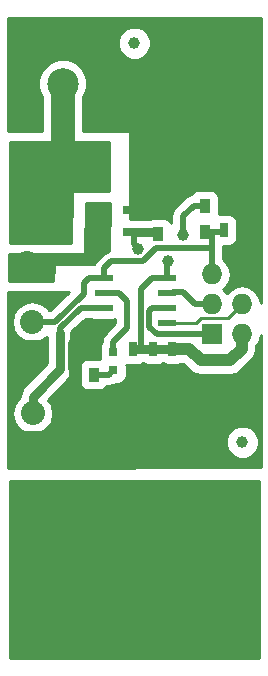
<source format=gbr>
G04 #@! TF.FileFunction,Copper,L1,Top,Signal*
%FSLAX46Y46*%
G04 Gerber Fmt 4.6, Leading zero omitted, Abs format (unit mm)*
G04 Created by KiCad (PCBNEW 4.0.5+dfsg1-4) date Thu Jun 25 19:11:42 2020*
%MOMM*%
%LPD*%
G01*
G04 APERTURE LIST*
%ADD10C,0.100000*%
%ADD11R,1.550000X0.600000*%
%ADD12C,2.670000*%
%ADD13R,0.797560X0.797560*%
%ADD14R,0.800000X0.600000*%
%ADD15R,0.750000X1.200000*%
%ADD16R,0.900000X1.200000*%
%ADD17R,1.900000X0.800000*%
%ADD18R,2.032000X2.032000*%
%ADD19O,2.032000X2.032000*%
%ADD20R,1.727200X1.727200*%
%ADD21O,1.727200X1.727200*%
%ADD22C,1.000000*%
%ADD23C,0.500000*%
%ADD24C,0.750000*%
%ADD25C,2.000000*%
%ADD26C,1.000000*%
%ADD27C,0.250000*%
%ADD28C,0.254000*%
G04 APERTURE END LIST*
D10*
D11*
X146011800Y-93181400D03*
X146011800Y-94451400D03*
X146011800Y-95721400D03*
X146011800Y-96991400D03*
X151411800Y-96991400D03*
X151411800Y-95721400D03*
X151411800Y-94451400D03*
X151411800Y-93181400D03*
D12*
X142553200Y-76757000D03*
X142553200Y-84377000D03*
X142553200Y-84377000D03*
X142553200Y-76757000D03*
X142553200Y-76757000D03*
X142553200Y-84377000D03*
X142553200Y-84377000D03*
X142553200Y-76757000D03*
X142553200Y-84377000D03*
X142553200Y-119426000D03*
X142553200Y-111806000D03*
D13*
X146809320Y-99511080D03*
X146809320Y-101009680D03*
D14*
X142125560Y-89823520D03*
X142125560Y-91523520D03*
D15*
X151818200Y-99244300D03*
X151818200Y-101144300D03*
D16*
X154576640Y-87079960D03*
X154576640Y-89279960D03*
D15*
X150179900Y-99252000D03*
X150179900Y-101152000D03*
D12*
X154553200Y-119376000D03*
X154553200Y-111756000D03*
X154553200Y-111756000D03*
X154553200Y-119376000D03*
X154553200Y-119376000D03*
X154553200Y-111756000D03*
X154553200Y-111756000D03*
X154553200Y-119376000D03*
X154553200Y-111756000D03*
X154553200Y-76707000D03*
X154553200Y-84327000D03*
D17*
X148544400Y-89356200D03*
X148544400Y-87456200D03*
X145544400Y-88406200D03*
D18*
X139981800Y-99480600D03*
D19*
X139981800Y-96940600D03*
D18*
X139994500Y-107227600D03*
D19*
X139994500Y-104687600D03*
D20*
X155183700Y-97982000D03*
D21*
X157723700Y-97982000D03*
X155183700Y-95442000D03*
X157723700Y-95442000D03*
X155183700Y-92902000D03*
X157723700Y-92902000D03*
D16*
X145178640Y-101395760D03*
X145178640Y-99195760D03*
D15*
X148478100Y-99269700D03*
X148478100Y-101169700D03*
D16*
X150634560Y-89488240D03*
X150634560Y-87288240D03*
D18*
X139489040Y-89437440D03*
D19*
X139489040Y-91977440D03*
D22*
X157756720Y-107115840D03*
X148617800Y-73323680D03*
D15*
X156212400Y-89127560D03*
X156212400Y-87227560D03*
D22*
X152717360Y-89533960D03*
X151419560Y-91815920D03*
X144035120Y-104210080D03*
X142535120Y-104210080D03*
X142535120Y-105710080D03*
X142535120Y-107210080D03*
X144035120Y-105710080D03*
X144035120Y-107210080D03*
X153035120Y-107210080D03*
X151535120Y-107210080D03*
X153035120Y-105710080D03*
X151535120Y-105710080D03*
X153035120Y-104210080D03*
X151535120Y-104210080D03*
X148536520Y-104194840D03*
X148948000Y-90743000D03*
D23*
X145178640Y-101395760D02*
X146423240Y-101395760D01*
X146423240Y-101395760D02*
X146809320Y-101009680D01*
D24*
X142125560Y-91523520D02*
X144663760Y-91523520D01*
X144663760Y-91523520D02*
X145469680Y-90717600D01*
X145469680Y-90717600D02*
X145544400Y-90717600D01*
X139809080Y-91657400D02*
X139489040Y-91977440D01*
X145544400Y-90717600D02*
X145544400Y-88406200D01*
D23*
X151411800Y-93181400D02*
X151411800Y-91823680D01*
X151411800Y-91823680D02*
X151419560Y-91815920D01*
D25*
X142553200Y-76757000D02*
X142553200Y-84377000D01*
D26*
X151818200Y-99244300D02*
X153263380Y-99244300D01*
X153263380Y-99244300D02*
X154215960Y-100196880D01*
X154215960Y-100196880D02*
X156730134Y-100196880D01*
X156730134Y-100196880D02*
X157723700Y-99203314D01*
X157723700Y-99203314D02*
X157723700Y-97982000D01*
D24*
X142125560Y-89823520D02*
X142125560Y-88773520D01*
X142125560Y-88773520D02*
X142553200Y-88345880D01*
X142553200Y-88345880D02*
X142553200Y-88258600D01*
X140009000Y-89957400D02*
X139489040Y-89437440D01*
X142553200Y-88557800D02*
X142553200Y-88258600D01*
D23*
X154576640Y-87079960D02*
X153626640Y-87079960D01*
X153626640Y-87079960D02*
X152697040Y-88009560D01*
X152697040Y-88009560D02*
X152697040Y-88390560D01*
X152717360Y-89533960D02*
X152717360Y-88826854D01*
X152717360Y-88826854D02*
X152697040Y-88806534D01*
X152697040Y-88806534D02*
X152697040Y-88390560D01*
X152697040Y-88390560D02*
X152697040Y-89383821D01*
D26*
X142553200Y-88258600D02*
X142553200Y-84377000D01*
D25*
X142670800Y-84494600D02*
X142553200Y-84377000D01*
D24*
X148541600Y-99252000D02*
X149189300Y-99252000D01*
X149189300Y-99252000D02*
X150179900Y-99252000D01*
D23*
X149151200Y-94167000D02*
X149151200Y-99213900D01*
X149151200Y-99213900D02*
X149189300Y-99252000D01*
D24*
X150179900Y-99252000D02*
X151810500Y-99252000D01*
X151810500Y-99252000D02*
X151818200Y-99244300D01*
D23*
X151411800Y-93181400D02*
X150136800Y-93181400D01*
X150136800Y-93181400D02*
X149151200Y-94167000D01*
D27*
X142535120Y-104210080D02*
X144035120Y-104210080D01*
X142535120Y-105710080D02*
X142535120Y-104210080D01*
X144035120Y-105710080D02*
X145535120Y-105710080D01*
X142535120Y-105710080D02*
X144035120Y-105710080D01*
X142535120Y-107210080D02*
X144035120Y-107210080D01*
X142535120Y-105710080D02*
X142535120Y-107210080D01*
X148535120Y-107210080D02*
X150035120Y-107210080D01*
X148535120Y-105710080D02*
X148535120Y-107210080D01*
X147035120Y-105710080D02*
X148535120Y-105710080D01*
X145535120Y-105710080D02*
X147035120Y-105710080D01*
X151535120Y-107210080D02*
X153035120Y-107210080D01*
X150035120Y-107210080D02*
X151535120Y-107210080D01*
X150035120Y-105710080D02*
X150035120Y-107210080D01*
X151535120Y-105710080D02*
X150035120Y-105710080D01*
X153035120Y-105710080D02*
X151535120Y-105710080D01*
X151535120Y-104210080D02*
X153035120Y-104210080D01*
X151535120Y-104210080D02*
X150035120Y-104210080D01*
X150035120Y-104210080D02*
X148551760Y-104210080D01*
X148551760Y-104210080D02*
X148536520Y-104194840D01*
D23*
X156212400Y-87227560D02*
X157087400Y-87227560D01*
X157723700Y-87863860D02*
X157723700Y-91680686D01*
X157087400Y-87227560D02*
X157723700Y-87863860D01*
X157723700Y-91680686D02*
X157723700Y-92902000D01*
D24*
X145178640Y-99195760D02*
X143969240Y-99195760D01*
X143969240Y-99195760D02*
X143542880Y-98769400D01*
D26*
X143542880Y-98769400D02*
X143611882Y-103120841D01*
D25*
X143542880Y-106695220D02*
X143542880Y-103189843D01*
D26*
X143611882Y-103120841D02*
X143542880Y-103051840D01*
D25*
X139994500Y-107227600D02*
X143010500Y-107227600D01*
X143542880Y-103189843D02*
X143611882Y-103120841D01*
X143010500Y-107227600D02*
X143542880Y-106695220D01*
D24*
X143542880Y-97885480D02*
X143542880Y-98769400D01*
X144436960Y-96991400D02*
X143542880Y-97885480D01*
X144736800Y-96991400D02*
X144436960Y-96991400D01*
D26*
X150634560Y-87288240D02*
X150634560Y-85688240D01*
X150634560Y-85688240D02*
X151995800Y-84327000D01*
X151995800Y-84327000D02*
X154553200Y-84327000D01*
X148544400Y-87456200D02*
X150466600Y-87456200D01*
X150466600Y-87456200D02*
X150634560Y-87288240D01*
D24*
X148536520Y-104194840D02*
X148536520Y-101228120D01*
X148536520Y-101228120D02*
X148478100Y-101169700D01*
D26*
X154553200Y-84327000D02*
X154078400Y-84327000D01*
D23*
X146486800Y-96991400D02*
X146011800Y-96991400D01*
X146011800Y-96991400D02*
X144736800Y-96991400D01*
D24*
X150179900Y-101152000D02*
X151810500Y-101152000D01*
X151810500Y-101152000D02*
X151818200Y-101144300D01*
X148541600Y-101152000D02*
X150179900Y-101152000D01*
X154132100Y-84748100D02*
X154553200Y-84327000D01*
D23*
X146809320Y-99511080D02*
X146809320Y-98612300D01*
X146809320Y-98612300D02*
X147967560Y-97454060D01*
X147967560Y-97454060D02*
X147967560Y-95132160D01*
X146011800Y-94451400D02*
X147286800Y-94451400D01*
X147286800Y-94451400D02*
X147967560Y-95132160D01*
X155178760Y-91675746D02*
X155178760Y-90683080D01*
X155178760Y-90683080D02*
X155178760Y-89279960D01*
X146011800Y-93181400D02*
X146011800Y-92381400D01*
X146011800Y-92381400D02*
X146608800Y-91784400D01*
X146608800Y-91784400D02*
X149334080Y-91784400D01*
X149334080Y-91784400D02*
X150435400Y-90683080D01*
X150435400Y-90683080D02*
X155178760Y-90683080D01*
X154576640Y-89279960D02*
X155178760Y-89279960D01*
X155178760Y-89279960D02*
X156060000Y-89279960D01*
X155183700Y-92902000D02*
X155183700Y-91680686D01*
X155183700Y-91680686D02*
X155178760Y-91675746D01*
X156060000Y-89279960D02*
X156212400Y-89127560D01*
X139981800Y-96940600D02*
X141900137Y-96940600D01*
X144309960Y-94530777D02*
X144309960Y-93608240D01*
X141900137Y-96940600D02*
X144309960Y-94530777D01*
X144309960Y-93608240D02*
X144736800Y-93181400D01*
X144736800Y-93181400D02*
X146011800Y-93181400D01*
X142338920Y-97885480D02*
X142338920Y-97491780D01*
X142338920Y-97491780D02*
X144109300Y-95721400D01*
D24*
X142338920Y-100906340D02*
X142338920Y-97885480D01*
X139994500Y-104687600D02*
X139994500Y-103250760D01*
X139994500Y-103250760D02*
X142338920Y-100906340D01*
D23*
X144109300Y-95721400D02*
X146011800Y-95721400D01*
D27*
X151411800Y-96991400D02*
X153862098Y-96991400D01*
X154222897Y-96630601D02*
X156535099Y-96630601D01*
X153862098Y-96991400D02*
X154222897Y-96630601D01*
X156535099Y-96630601D02*
X156860101Y-96305599D01*
X156860101Y-96305599D02*
X157723700Y-95442000D01*
D24*
X148544400Y-89356200D02*
X150502520Y-89356200D01*
X150502520Y-89356200D02*
X150634560Y-89488240D01*
D23*
X148544400Y-89356200D02*
X148544400Y-90339400D01*
X148544400Y-90339400D02*
X148948000Y-90743000D01*
X155183700Y-97982000D02*
X150517398Y-97982000D01*
X149875100Y-95983100D02*
X150136800Y-95721400D01*
X150517398Y-97982000D02*
X149875100Y-97339702D01*
X149875100Y-97339702D02*
X149875100Y-95983100D01*
X150136800Y-95721400D02*
X151411800Y-95721400D01*
X151411800Y-94451400D02*
X151886800Y-94451400D01*
X151886800Y-94451400D02*
X151899500Y-94438700D01*
X151899500Y-94438700D02*
X152745300Y-94438700D01*
X153748600Y-95442000D02*
X155183700Y-95442000D01*
X152745300Y-94438700D02*
X153748600Y-95442000D01*
D28*
G36*
X159151200Y-125424000D02*
X138055200Y-125424000D01*
X138055200Y-110402600D01*
X159151200Y-110402600D01*
X159151200Y-125424000D01*
X159151200Y-125424000D01*
G37*
X159151200Y-125424000D02*
X138055200Y-125424000D01*
X138055200Y-110402600D01*
X159151200Y-110402600D01*
X159151200Y-125424000D01*
G36*
X141495451Y-95963600D02*
X141407814Y-95963600D01*
X141214287Y-95673966D01*
X140648817Y-95296131D01*
X139981800Y-95163453D01*
X139314783Y-95296131D01*
X138749313Y-95673966D01*
X138371478Y-96239436D01*
X138238800Y-96906453D01*
X138238800Y-96974747D01*
X138371478Y-97641764D01*
X138749313Y-98207234D01*
X139314783Y-98585069D01*
X139981800Y-98717747D01*
X140648817Y-98585069D01*
X141214287Y-98207234D01*
X141236920Y-98173361D01*
X141236920Y-100449877D01*
X139215268Y-102471528D01*
X138976385Y-102829043D01*
X138892500Y-103250760D01*
X138892500Y-103333777D01*
X138762013Y-103420966D01*
X138384178Y-103986436D01*
X138251500Y-104653453D01*
X138251500Y-104721747D01*
X138384178Y-105388764D01*
X138762013Y-105954234D01*
X139327483Y-106332069D01*
X139994500Y-106464747D01*
X140661517Y-106332069D01*
X141226987Y-105954234D01*
X141604822Y-105388764D01*
X141737500Y-104721747D01*
X141737500Y-104653453D01*
X141604822Y-103986436D01*
X141289380Y-103514344D01*
X143118149Y-101685574D01*
X143118152Y-101685572D01*
X143357035Y-101328057D01*
X143440921Y-100906340D01*
X143440920Y-100906335D01*
X143440920Y-97885480D01*
X143422004Y-97790382D01*
X144513987Y-96698400D01*
X144939864Y-96698400D01*
X144948415Y-96704243D01*
X145236800Y-96762642D01*
X146786800Y-96762642D01*
X146990560Y-96724302D01*
X146990560Y-97049373D01*
X146118477Y-97921457D01*
X145906690Y-98238418D01*
X145832320Y-98612300D01*
X145832320Y-98670795D01*
X145727697Y-98823915D01*
X145669298Y-99112300D01*
X145669298Y-99909860D01*
X145699206Y-100068808D01*
X145628640Y-100054518D01*
X144728640Y-100054518D01*
X144459230Y-100105211D01*
X144211794Y-100264432D01*
X144045797Y-100507375D01*
X143987398Y-100795760D01*
X143987398Y-101995760D01*
X144038091Y-102265170D01*
X144197312Y-102512606D01*
X144440255Y-102678603D01*
X144728640Y-102737002D01*
X145628640Y-102737002D01*
X145898050Y-102686309D01*
X146145486Y-102527088D01*
X146250935Y-102372760D01*
X146423240Y-102372760D01*
X146797122Y-102298390D01*
X147019649Y-102149702D01*
X147208100Y-102149702D01*
X147477510Y-102099009D01*
X147724946Y-101939788D01*
X147890943Y-101696845D01*
X147949342Y-101408460D01*
X147949342Y-100610900D01*
X147943259Y-100578574D01*
X148103100Y-100610942D01*
X148853100Y-100610942D01*
X149122510Y-100560249D01*
X149344570Y-100417357D01*
X149516515Y-100534843D01*
X149804900Y-100593242D01*
X150554900Y-100593242D01*
X150824310Y-100542549D01*
X151006130Y-100425551D01*
X151154815Y-100527143D01*
X151443200Y-100585542D01*
X152193200Y-100585542D01*
X152462610Y-100534849D01*
X152561368Y-100471300D01*
X152755140Y-100471300D01*
X153348340Y-101064500D01*
X153746408Y-101330481D01*
X154215960Y-101423880D01*
X156730134Y-101423880D01*
X157199687Y-101330480D01*
X157597754Y-101064500D01*
X158591320Y-100070934D01*
X158857301Y-99672866D01*
X158950700Y-99203314D01*
X158950700Y-98984819D01*
X159193223Y-98621858D01*
X159301200Y-98079020D01*
X159301200Y-109260458D01*
X137905200Y-109284101D01*
X137905200Y-107392501D01*
X156359478Y-107392501D01*
X156571710Y-107906143D01*
X156964350Y-108299469D01*
X157477620Y-108512597D01*
X158033381Y-108513082D01*
X158547023Y-108300850D01*
X158940349Y-107908210D01*
X159153477Y-107394940D01*
X159153962Y-106839179D01*
X158941730Y-106325537D01*
X158549090Y-105932211D01*
X158035820Y-105719083D01*
X157480059Y-105718598D01*
X156966417Y-105930830D01*
X156573091Y-106323470D01*
X156359963Y-106836740D01*
X156359478Y-107392501D01*
X137905200Y-107392501D01*
X137905200Y-94370120D01*
X143088930Y-94370120D01*
X141495451Y-95963600D01*
X141495451Y-95963600D01*
G37*
X141495451Y-95963600D02*
X141407814Y-95963600D01*
X141214287Y-95673966D01*
X140648817Y-95296131D01*
X139981800Y-95163453D01*
X139314783Y-95296131D01*
X138749313Y-95673966D01*
X138371478Y-96239436D01*
X138238800Y-96906453D01*
X138238800Y-96974747D01*
X138371478Y-97641764D01*
X138749313Y-98207234D01*
X139314783Y-98585069D01*
X139981800Y-98717747D01*
X140648817Y-98585069D01*
X141214287Y-98207234D01*
X141236920Y-98173361D01*
X141236920Y-100449877D01*
X139215268Y-102471528D01*
X138976385Y-102829043D01*
X138892500Y-103250760D01*
X138892500Y-103333777D01*
X138762013Y-103420966D01*
X138384178Y-103986436D01*
X138251500Y-104653453D01*
X138251500Y-104721747D01*
X138384178Y-105388764D01*
X138762013Y-105954234D01*
X139327483Y-106332069D01*
X139994500Y-106464747D01*
X140661517Y-106332069D01*
X141226987Y-105954234D01*
X141604822Y-105388764D01*
X141737500Y-104721747D01*
X141737500Y-104653453D01*
X141604822Y-103986436D01*
X141289380Y-103514344D01*
X143118149Y-101685574D01*
X143118152Y-101685572D01*
X143357035Y-101328057D01*
X143440921Y-100906340D01*
X143440920Y-100906335D01*
X143440920Y-97885480D01*
X143422004Y-97790382D01*
X144513987Y-96698400D01*
X144939864Y-96698400D01*
X144948415Y-96704243D01*
X145236800Y-96762642D01*
X146786800Y-96762642D01*
X146990560Y-96724302D01*
X146990560Y-97049373D01*
X146118477Y-97921457D01*
X145906690Y-98238418D01*
X145832320Y-98612300D01*
X145832320Y-98670795D01*
X145727697Y-98823915D01*
X145669298Y-99112300D01*
X145669298Y-99909860D01*
X145699206Y-100068808D01*
X145628640Y-100054518D01*
X144728640Y-100054518D01*
X144459230Y-100105211D01*
X144211794Y-100264432D01*
X144045797Y-100507375D01*
X143987398Y-100795760D01*
X143987398Y-101995760D01*
X144038091Y-102265170D01*
X144197312Y-102512606D01*
X144440255Y-102678603D01*
X144728640Y-102737002D01*
X145628640Y-102737002D01*
X145898050Y-102686309D01*
X146145486Y-102527088D01*
X146250935Y-102372760D01*
X146423240Y-102372760D01*
X146797122Y-102298390D01*
X147019649Y-102149702D01*
X147208100Y-102149702D01*
X147477510Y-102099009D01*
X147724946Y-101939788D01*
X147890943Y-101696845D01*
X147949342Y-101408460D01*
X147949342Y-100610900D01*
X147943259Y-100578574D01*
X148103100Y-100610942D01*
X148853100Y-100610942D01*
X149122510Y-100560249D01*
X149344570Y-100417357D01*
X149516515Y-100534843D01*
X149804900Y-100593242D01*
X150554900Y-100593242D01*
X150824310Y-100542549D01*
X151006130Y-100425551D01*
X151154815Y-100527143D01*
X151443200Y-100585542D01*
X152193200Y-100585542D01*
X152462610Y-100534849D01*
X152561368Y-100471300D01*
X152755140Y-100471300D01*
X153348340Y-101064500D01*
X153746408Y-101330481D01*
X154215960Y-101423880D01*
X156730134Y-101423880D01*
X157199687Y-101330480D01*
X157597754Y-101064500D01*
X158591320Y-100070934D01*
X158857301Y-99672866D01*
X158950700Y-99203314D01*
X158950700Y-98984819D01*
X159193223Y-98621858D01*
X159301200Y-98079020D01*
X159301200Y-109260458D01*
X137905200Y-109284101D01*
X137905200Y-107392501D01*
X156359478Y-107392501D01*
X156571710Y-107906143D01*
X156964350Y-108299469D01*
X157477620Y-108512597D01*
X158033381Y-108513082D01*
X158547023Y-108300850D01*
X158940349Y-107908210D01*
X159153477Y-107394940D01*
X159153962Y-106839179D01*
X158941730Y-106325537D01*
X158549090Y-105932211D01*
X158035820Y-105719083D01*
X157480059Y-105718598D01*
X156966417Y-105930830D01*
X156573091Y-106323470D01*
X156359963Y-106836740D01*
X156359478Y-107392501D01*
X137905200Y-107392501D01*
X137905200Y-94370120D01*
X143088930Y-94370120D01*
X141495451Y-95963600D01*
G36*
X159301200Y-95344980D02*
X159193223Y-94802142D01*
X158848424Y-94286114D01*
X158332396Y-93941315D01*
X157723700Y-93820238D01*
X157115004Y-93941315D01*
X156598976Y-94286114D01*
X156453700Y-94503535D01*
X156308424Y-94286114D01*
X156137640Y-94172000D01*
X156308424Y-94057886D01*
X156653223Y-93541858D01*
X156774300Y-92933162D01*
X156774300Y-92870838D01*
X156653223Y-92262142D01*
X156308424Y-91746114D01*
X156155760Y-91644107D01*
X156155760Y-90468802D01*
X156587400Y-90468802D01*
X156856810Y-90418109D01*
X157104246Y-90258888D01*
X157270243Y-90015945D01*
X157328642Y-89727560D01*
X157328642Y-88527560D01*
X157277949Y-88258150D01*
X157118728Y-88010714D01*
X156875785Y-87844717D01*
X156587400Y-87786318D01*
X155837400Y-87786318D01*
X155742737Y-87804130D01*
X155767882Y-87679960D01*
X155767882Y-86479960D01*
X155717189Y-86210550D01*
X155557968Y-85963114D01*
X155315025Y-85797117D01*
X155026640Y-85738718D01*
X154126640Y-85738718D01*
X153857230Y-85789411D01*
X153609794Y-85948632D01*
X153485110Y-86131112D01*
X153252758Y-86177330D01*
X152935797Y-86389117D01*
X152006197Y-87318717D01*
X151794410Y-87635678D01*
X151720040Y-88009560D01*
X151720040Y-88533251D01*
X151615888Y-88371394D01*
X151372945Y-88205397D01*
X151084560Y-88146998D01*
X150184560Y-88146998D01*
X149915150Y-88197691D01*
X149827333Y-88254200D01*
X149688184Y-88254200D01*
X149494400Y-88214958D01*
X148203709Y-88214958D01*
X148246958Y-80868228D01*
X148237243Y-80818759D01*
X148209048Y-80776968D01*
X148166815Y-80749439D01*
X148120019Y-80740480D01*
X144280200Y-80738708D01*
X144280200Y-77946578D01*
X144300259Y-77926554D01*
X144614841Y-77168957D01*
X144615557Y-76348642D01*
X144302298Y-75590497D01*
X143722754Y-75009941D01*
X142965157Y-74695359D01*
X142144842Y-74694643D01*
X141386697Y-75007902D01*
X140806141Y-75587446D01*
X140491559Y-76345043D01*
X140490843Y-77165358D01*
X140804102Y-77923503D01*
X140826200Y-77945640D01*
X140826200Y-80737114D01*
X137905200Y-80735767D01*
X137905200Y-73600341D01*
X147220558Y-73600341D01*
X147432790Y-74113983D01*
X147825430Y-74507309D01*
X148338700Y-74720437D01*
X148894461Y-74720922D01*
X149408103Y-74508690D01*
X149801429Y-74116050D01*
X150014557Y-73602780D01*
X150015042Y-73047019D01*
X149802810Y-72533377D01*
X149410170Y-72140051D01*
X148896900Y-71926923D01*
X148341139Y-71926438D01*
X147827497Y-72138670D01*
X147434171Y-72531310D01*
X147221043Y-73044580D01*
X147220558Y-73600341D01*
X137905200Y-73600341D01*
X137905200Y-71178000D01*
X159301200Y-71178000D01*
X159301200Y-95344980D01*
X159301200Y-95344980D01*
G37*
X159301200Y-95344980D02*
X159193223Y-94802142D01*
X158848424Y-94286114D01*
X158332396Y-93941315D01*
X157723700Y-93820238D01*
X157115004Y-93941315D01*
X156598976Y-94286114D01*
X156453700Y-94503535D01*
X156308424Y-94286114D01*
X156137640Y-94172000D01*
X156308424Y-94057886D01*
X156653223Y-93541858D01*
X156774300Y-92933162D01*
X156774300Y-92870838D01*
X156653223Y-92262142D01*
X156308424Y-91746114D01*
X156155760Y-91644107D01*
X156155760Y-90468802D01*
X156587400Y-90468802D01*
X156856810Y-90418109D01*
X157104246Y-90258888D01*
X157270243Y-90015945D01*
X157328642Y-89727560D01*
X157328642Y-88527560D01*
X157277949Y-88258150D01*
X157118728Y-88010714D01*
X156875785Y-87844717D01*
X156587400Y-87786318D01*
X155837400Y-87786318D01*
X155742737Y-87804130D01*
X155767882Y-87679960D01*
X155767882Y-86479960D01*
X155717189Y-86210550D01*
X155557968Y-85963114D01*
X155315025Y-85797117D01*
X155026640Y-85738718D01*
X154126640Y-85738718D01*
X153857230Y-85789411D01*
X153609794Y-85948632D01*
X153485110Y-86131112D01*
X153252758Y-86177330D01*
X152935797Y-86389117D01*
X152006197Y-87318717D01*
X151794410Y-87635678D01*
X151720040Y-88009560D01*
X151720040Y-88533251D01*
X151615888Y-88371394D01*
X151372945Y-88205397D01*
X151084560Y-88146998D01*
X150184560Y-88146998D01*
X149915150Y-88197691D01*
X149827333Y-88254200D01*
X149688184Y-88254200D01*
X149494400Y-88214958D01*
X148203709Y-88214958D01*
X148246958Y-80868228D01*
X148237243Y-80818759D01*
X148209048Y-80776968D01*
X148166815Y-80749439D01*
X148120019Y-80740480D01*
X144280200Y-80738708D01*
X144280200Y-77946578D01*
X144300259Y-77926554D01*
X144614841Y-77168957D01*
X144615557Y-76348642D01*
X144302298Y-75590497D01*
X143722754Y-75009941D01*
X142965157Y-74695359D01*
X142144842Y-74694643D01*
X141386697Y-75007902D01*
X140806141Y-75587446D01*
X140491559Y-76345043D01*
X140490843Y-77165358D01*
X140804102Y-77923503D01*
X140826200Y-77945640D01*
X140826200Y-80737114D01*
X137905200Y-80735767D01*
X137905200Y-73600341D01*
X147220558Y-73600341D01*
X147432790Y-74113983D01*
X147825430Y-74507309D01*
X148338700Y-74720437D01*
X148894461Y-74720922D01*
X149408103Y-74508690D01*
X149801429Y-74116050D01*
X150014557Y-73602780D01*
X150015042Y-73047019D01*
X149802810Y-72533377D01*
X149410170Y-72140051D01*
X148896900Y-71926923D01*
X148341139Y-71926438D01*
X147827497Y-72138670D01*
X147434171Y-72531310D01*
X147221043Y-73044580D01*
X147220558Y-73600341D01*
X137905200Y-73600341D01*
X137905200Y-71178000D01*
X159301200Y-71178000D01*
X159301200Y-95344980D01*
G36*
X146462988Y-85853500D02*
X143436200Y-85853500D01*
X143386790Y-85863506D01*
X143345165Y-85891947D01*
X143317885Y-85934341D01*
X143309205Y-85979399D01*
X143272197Y-90247700D01*
X138055221Y-90247700D01*
X138055221Y-81713300D01*
X146474954Y-81713300D01*
X146462988Y-85853500D01*
X146462988Y-85853500D01*
G37*
X146462988Y-85853500D02*
X143436200Y-85853500D01*
X143386790Y-85863506D01*
X143345165Y-85891947D01*
X143317885Y-85934341D01*
X143309205Y-85979399D01*
X143272197Y-90247700D01*
X138055221Y-90247700D01*
X138055221Y-81713300D01*
X146474954Y-81713300D01*
X146462988Y-85853500D01*
G36*
X146505649Y-90927918D02*
X146273187Y-90974158D01*
X145988667Y-91164267D01*
X145988665Y-91164270D01*
X145391667Y-91761267D01*
X145201558Y-92045787D01*
X145198785Y-92059728D01*
X141897096Y-92056180D01*
X141847676Y-92066133D01*
X141806021Y-92094529D01*
X141778695Y-92136894D01*
X141769961Y-92182711D01*
X141765349Y-93430320D01*
X138021051Y-93430320D01*
X138023329Y-91220520D01*
X144309960Y-91220520D01*
X144359370Y-91210514D01*
X144400995Y-91182073D01*
X144428275Y-91139679D01*
X144436955Y-91094695D01*
X144476431Y-86828860D01*
X146534115Y-86828860D01*
X146505649Y-90927918D01*
X146505649Y-90927918D01*
G37*
X146505649Y-90927918D02*
X146273187Y-90974158D01*
X145988667Y-91164267D01*
X145988665Y-91164270D01*
X145391667Y-91761267D01*
X145201558Y-92045787D01*
X145198785Y-92059728D01*
X141897096Y-92056180D01*
X141847676Y-92066133D01*
X141806021Y-92094529D01*
X141778695Y-92136894D01*
X141769961Y-92182711D01*
X141765349Y-93430320D01*
X138021051Y-93430320D01*
X138023329Y-91220520D01*
X144309960Y-91220520D01*
X144359370Y-91210514D01*
X144400995Y-91182073D01*
X144428275Y-91139679D01*
X144436955Y-91094695D01*
X144476431Y-86828860D01*
X146534115Y-86828860D01*
X146505649Y-90927918D01*
M02*

</source>
